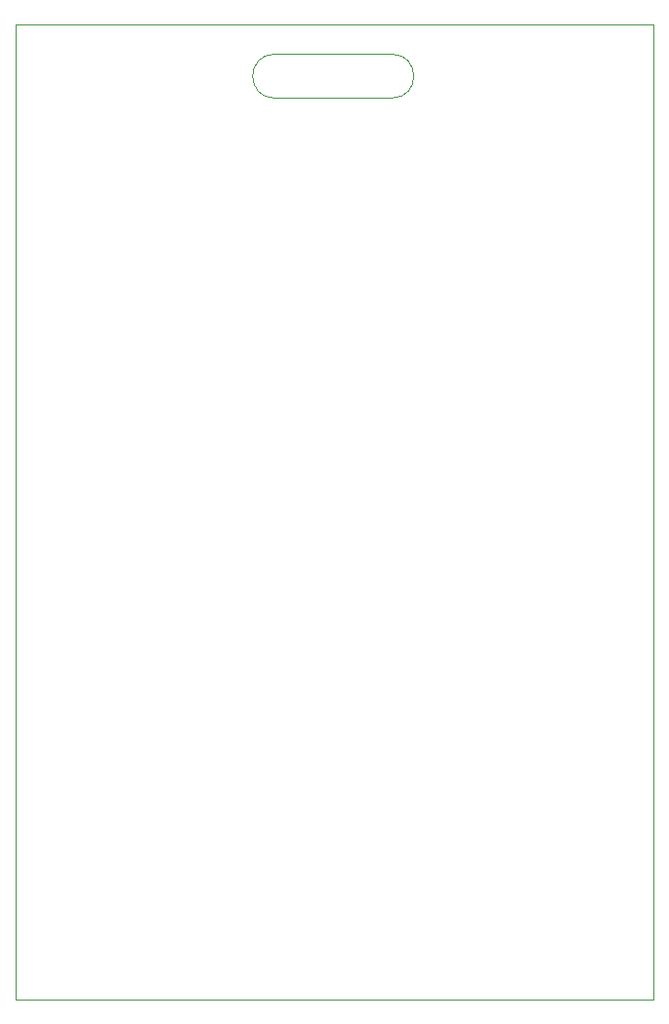
<source format=gm1>
G04 #@! TF.GenerationSoftware,KiCad,Pcbnew,(5.1.4-0-10_14)*
G04 #@! TF.CreationDate,2019-09-05T15:19:51-04:00*
G04 #@! TF.ProjectId,555_Badge,3535355f-4261-4646-9765-2e6b69636164,v01*
G04 #@! TF.SameCoordinates,Original*
G04 #@! TF.FileFunction,Profile,NP*
%FSLAX46Y46*%
G04 Gerber Fmt 4.6, Leading zero omitted, Abs format (unit mm)*
G04 Created by KiCad (PCBNEW (5.1.4-0-10_14)) date 2019-09-05 15:19:51*
%MOMM*%
%LPD*%
G04 APERTURE LIST*
%ADD10C,0.025400*%
G04 APERTURE END LIST*
D10*
X134175500Y-48895000D02*
G75*
G02X134175500Y-52705000I0J-1905000D01*
G01*
X124015500Y-52705000D02*
G75*
G02X124015500Y-48895000I0J1905000D01*
G01*
X134175500Y-52705000D02*
X124015500Y-52705000D01*
X124015500Y-48895000D02*
X134175500Y-48895000D01*
X156845000Y-46355000D02*
X101600000Y-46355000D01*
X156845000Y-130810000D02*
X156845000Y-46355000D01*
X101600000Y-130810000D02*
X156845000Y-130810000D01*
X101600000Y-46355000D02*
X101600000Y-130810000D01*
M02*

</source>
